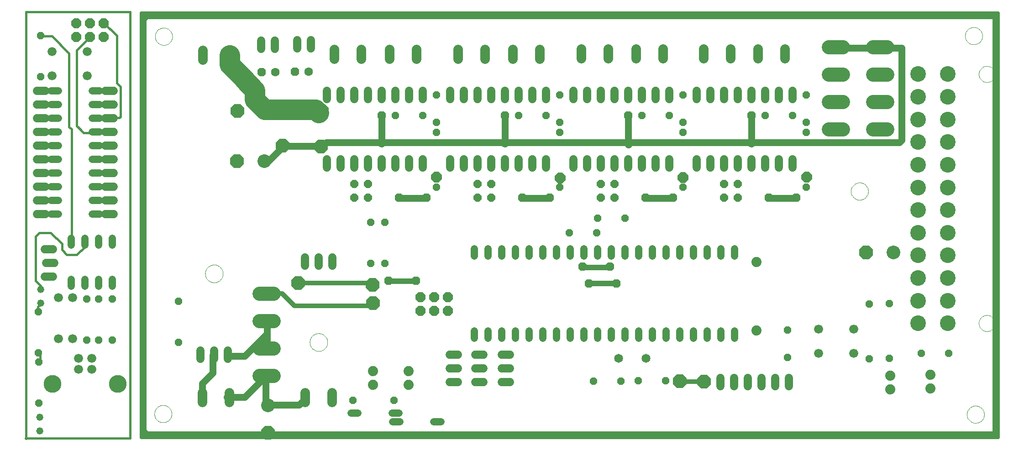
<source format=gtl>
G75*
G70*
%OFA0B0*%
%FSLAX24Y24*%
%IPPOS*%
%LPD*%
%AMOC8*
5,1,8,0,0,1.08239X$1,22.5*
%
%ADD10C,0.0240*%
%ADD11C,0.0160*%
%ADD12C,0.0520*%
%ADD13C,0.0600*%
%ADD14C,0.0705*%
%ADD15OC8,0.0520*%
%ADD16OC8,0.0630*%
%ADD17OC8,0.0600*%
%ADD18C,0.1024*%
%ADD19C,0.0740*%
%ADD20OC8,0.0740*%
%ADD21C,0.1142*%
%ADD22C,0.0000*%
%ADD23C,0.0650*%
%ADD24C,0.0630*%
%ADD25C,0.0660*%
%ADD26C,0.1000*%
%ADD27OC8,0.1000*%
%ADD28C,0.1300*%
%ADD29C,0.0520*%
%ADD30OC8,0.0768*%
%ADD31C,0.0500*%
%ADD32C,0.0320*%
%ADD33C,0.0400*%
%ADD34C,0.1500*%
D10*
X008781Y002231D02*
X008781Y033229D01*
X071364Y033229D01*
X071364Y002231D01*
X008825Y002231D01*
D11*
X000375Y002142D02*
X000375Y033317D01*
X007998Y033317D01*
X007998Y002173D01*
X000344Y002173D01*
X001403Y007677D02*
X001403Y008316D01*
X001275Y008444D01*
X001254Y011339D02*
X001254Y011786D01*
X001509Y012041D01*
X001466Y012999D02*
X001466Y013296D01*
X001150Y013613D01*
X001165Y013599D02*
X001089Y013675D01*
X001089Y016921D01*
X001344Y017177D01*
X002186Y017177D01*
X003002Y016360D01*
X003002Y015924D01*
X003360Y015567D01*
X004099Y015567D01*
X004712Y016179D01*
X004712Y016640D01*
X003700Y016461D02*
X003700Y024741D01*
X003521Y024920D01*
X003521Y030288D01*
X002271Y031538D01*
X001455Y031538D01*
X001404Y031590D01*
X004072Y030510D02*
X004072Y024984D01*
X004330Y024725D01*
X004170Y024898D02*
X004589Y024479D01*
X005511Y024479D01*
X006470Y025513D02*
X006532Y025575D01*
X007196Y025575D01*
X007270Y025648D01*
X007270Y027852D01*
X007024Y028098D01*
X007024Y031557D01*
X006027Y032553D01*
X006027Y032615D01*
X005043Y031483D02*
X005043Y031482D01*
X004072Y030510D01*
D12*
X005227Y027535D02*
X005747Y027535D01*
X005747Y026535D02*
X005227Y026535D01*
X005227Y025535D02*
X005747Y025535D01*
X005747Y024535D02*
X005227Y024535D01*
X005227Y023535D02*
X005747Y023535D01*
X005747Y022535D02*
X005227Y022535D01*
X005227Y021535D02*
X005747Y021535D01*
X005747Y020535D02*
X005227Y020535D01*
X005227Y019535D02*
X005747Y019535D01*
X005747Y018535D02*
X005227Y018535D01*
X002747Y018535D02*
X002227Y018535D01*
X002227Y019535D02*
X002747Y019535D01*
X002747Y020535D02*
X002227Y020535D01*
X002227Y021535D02*
X002747Y021535D01*
X002747Y022535D02*
X002227Y022535D01*
X002227Y023535D02*
X002747Y023535D01*
X002747Y024535D02*
X002227Y024535D01*
X002227Y025535D02*
X002747Y025535D01*
X002747Y026535D02*
X002227Y026535D01*
X002227Y027535D02*
X002747Y027535D01*
X003692Y016780D02*
X003692Y016260D01*
X004692Y016260D02*
X004692Y016780D01*
X005692Y016780D02*
X005692Y016260D01*
X006692Y016260D02*
X006692Y016780D01*
X006692Y013780D02*
X006692Y013260D01*
X005692Y013260D02*
X005692Y013780D01*
X004692Y013780D02*
X004692Y013260D01*
X003692Y013260D02*
X003692Y013780D01*
X024113Y004003D02*
X024633Y004003D01*
X027113Y004003D02*
X027633Y004003D01*
X027674Y003365D02*
X027154Y003365D01*
X030154Y003365D02*
X030674Y003365D01*
X033115Y009488D02*
X033115Y010008D01*
X034115Y010008D02*
X034115Y009488D01*
X035115Y009488D02*
X035115Y010008D01*
X036115Y010008D02*
X036115Y009488D01*
X037115Y009488D02*
X037115Y010008D01*
X038115Y010008D02*
X038115Y009488D01*
X039115Y009488D02*
X039115Y010008D01*
X040115Y010008D02*
X040115Y009488D01*
X041115Y009488D02*
X041115Y010008D01*
X042115Y010008D02*
X042115Y009488D01*
X043115Y009488D02*
X043115Y010008D01*
X044115Y010008D02*
X044115Y009488D01*
X045115Y009488D02*
X045115Y010008D01*
X046115Y010008D02*
X046115Y009488D01*
X047115Y009488D02*
X047115Y010008D01*
X048115Y010008D02*
X048115Y009488D01*
X049115Y009488D02*
X049115Y010008D01*
X050115Y010008D02*
X050115Y009488D01*
X051115Y009488D02*
X051115Y010008D01*
X052115Y010008D02*
X052115Y009488D01*
X052115Y015488D02*
X052115Y016008D01*
X051115Y016008D02*
X051115Y015488D01*
X050115Y015488D02*
X050115Y016008D01*
X049115Y016008D02*
X049115Y015488D01*
X048115Y015488D02*
X048115Y016008D01*
X047115Y016008D02*
X047115Y015488D01*
X046115Y015488D02*
X046115Y016008D01*
X045115Y016008D02*
X045115Y015488D01*
X044115Y015488D02*
X044115Y016008D01*
X043115Y016008D02*
X043115Y015488D01*
X042115Y015488D02*
X042115Y016008D01*
X041115Y016008D02*
X041115Y015488D01*
X040115Y015488D02*
X040115Y016008D01*
X039115Y016008D02*
X039115Y015488D01*
X038115Y015488D02*
X038115Y016008D01*
X037115Y016008D02*
X037115Y015488D01*
X036115Y015488D02*
X036115Y016008D01*
X035115Y016008D02*
X035115Y015488D01*
X034115Y015488D02*
X034115Y016008D01*
X033115Y016008D02*
X033115Y015488D01*
D13*
X022748Y015379D02*
X022748Y014779D01*
X021748Y014779D02*
X021748Y015379D01*
X020748Y015379D02*
X020748Y014779D01*
X015116Y008590D02*
X015116Y007990D01*
X014116Y007990D02*
X014116Y008590D01*
X013116Y008590D02*
X013116Y007990D01*
X002352Y013962D02*
X001752Y013962D01*
X001852Y014962D02*
X002452Y014962D01*
X002352Y015962D02*
X001752Y015962D01*
X001787Y018535D02*
X001187Y018535D01*
X001187Y019535D02*
X001787Y019535D01*
X001787Y020535D02*
X001187Y020535D01*
X001187Y021535D02*
X001787Y021535D01*
X001787Y022535D02*
X001187Y022535D01*
X001187Y023535D02*
X001787Y023535D01*
X001787Y024535D02*
X001187Y024535D01*
X001187Y025535D02*
X001787Y025535D01*
X001787Y026535D02*
X001187Y026535D01*
X001187Y027535D02*
X001787Y027535D01*
X006187Y027535D02*
X006787Y027535D01*
X006787Y026535D02*
X006187Y026535D01*
X006187Y025535D02*
X006787Y025535D01*
X006787Y024535D02*
X006187Y024535D01*
X006187Y023535D02*
X006787Y023535D01*
X006787Y022535D02*
X006187Y022535D01*
X006187Y021535D02*
X006787Y021535D01*
X006787Y020535D02*
X006187Y020535D01*
X006187Y019535D02*
X006787Y019535D01*
X006787Y018535D02*
X006187Y018535D01*
X022365Y021948D02*
X022365Y022548D01*
X023365Y022548D02*
X023365Y021948D01*
X024365Y021948D02*
X024365Y022548D01*
X025365Y022548D02*
X025365Y021948D01*
X026365Y021948D02*
X026365Y022548D01*
X027365Y022548D02*
X027365Y021948D01*
X028365Y021948D02*
X028365Y022548D01*
X029365Y022548D02*
X029365Y021948D01*
X031365Y021948D02*
X031365Y022548D01*
X032365Y022548D02*
X032365Y021948D01*
X033365Y021948D02*
X033365Y022548D01*
X034365Y022548D02*
X034365Y021948D01*
X035365Y021948D02*
X035365Y022548D01*
X036365Y022548D02*
X036365Y021948D01*
X037365Y021948D02*
X037365Y022548D01*
X038365Y022548D02*
X038365Y021948D01*
X040365Y021948D02*
X040365Y022548D01*
X041365Y022548D02*
X041365Y021948D01*
X042365Y021948D02*
X042365Y022548D01*
X043365Y022548D02*
X043365Y021948D01*
X044365Y021948D02*
X044365Y022548D01*
X045365Y022548D02*
X045365Y021948D01*
X046365Y021948D02*
X046365Y022548D01*
X047365Y022548D02*
X047365Y021948D01*
X049365Y021948D02*
X049365Y022548D01*
X050365Y022548D02*
X050365Y021948D01*
X051365Y021948D02*
X051365Y022548D01*
X052365Y022548D02*
X052365Y021948D01*
X053365Y021948D02*
X053365Y022548D01*
X054365Y022548D02*
X054365Y021948D01*
X055365Y021948D02*
X055365Y022548D01*
X056365Y022548D02*
X056365Y021948D01*
X056365Y026948D02*
X056365Y027548D01*
X055365Y027548D02*
X055365Y026948D01*
X054365Y026948D02*
X054365Y027548D01*
X053365Y027548D02*
X053365Y026948D01*
X052365Y026948D02*
X052365Y027548D01*
X051365Y027548D02*
X051365Y026948D01*
X050365Y026948D02*
X050365Y027548D01*
X049365Y027548D02*
X049365Y026948D01*
X047365Y026948D02*
X047365Y027548D01*
X046365Y027548D02*
X046365Y026948D01*
X045365Y026948D02*
X045365Y027548D01*
X044365Y027548D02*
X044365Y026948D01*
X043365Y026948D02*
X043365Y027548D01*
X042365Y027548D02*
X042365Y026948D01*
X041365Y026948D02*
X041365Y027548D01*
X040365Y027548D02*
X040365Y026948D01*
X038365Y026948D02*
X038365Y027548D01*
X037365Y027548D02*
X037365Y026948D01*
X036365Y026948D02*
X036365Y027548D01*
X035365Y027548D02*
X035365Y026948D01*
X034365Y026948D02*
X034365Y027548D01*
X033365Y027548D02*
X033365Y026948D01*
X032365Y026948D02*
X032365Y027548D01*
X031365Y027548D02*
X031365Y026948D01*
X029365Y026948D02*
X029365Y027548D01*
X028365Y027548D02*
X028365Y026948D01*
X027365Y026948D02*
X027365Y027548D01*
X026365Y027548D02*
X026365Y026948D01*
X025365Y026948D02*
X025365Y027548D01*
X024365Y027548D02*
X024365Y026948D01*
X023365Y026948D02*
X023365Y027548D01*
X022365Y027548D02*
X022365Y026948D01*
X018542Y030591D02*
X018542Y031191D01*
X017542Y031191D02*
X017542Y030591D01*
X020188Y030628D02*
X020188Y031228D01*
X021188Y031228D02*
X021188Y030628D01*
X031315Y008259D02*
X031915Y008259D01*
X033187Y008259D02*
X033787Y008259D01*
X035101Y008259D02*
X035701Y008259D01*
X035701Y007259D02*
X035101Y007259D01*
X033787Y007259D02*
X033187Y007259D01*
X031915Y007259D02*
X031315Y007259D01*
X031315Y006259D02*
X031915Y006259D01*
X033187Y006259D02*
X033787Y006259D01*
X035101Y006259D02*
X035701Y006259D01*
X051081Y006560D02*
X051081Y005960D01*
X052081Y005960D02*
X052081Y006560D01*
X053081Y006560D02*
X053081Y005960D01*
X054081Y005960D02*
X054081Y006560D01*
X055081Y006560D02*
X055081Y005960D01*
X056081Y005960D02*
X056081Y006560D01*
D14*
X022717Y005513D02*
X022717Y004808D01*
X020749Y004808D02*
X020749Y005513D01*
X015218Y005513D02*
X015218Y004808D01*
X013250Y004808D02*
X013250Y005513D01*
X013282Y029814D02*
X013282Y030519D01*
X015250Y030519D02*
X015250Y029814D01*
X022897Y029858D02*
X022897Y030563D01*
X024865Y030563D02*
X024865Y029858D01*
X026903Y029858D02*
X026903Y030563D01*
X028871Y030563D02*
X028871Y029858D01*
X031901Y029858D02*
X031901Y030563D01*
X033870Y030563D02*
X033870Y029858D01*
X035907Y029858D02*
X035907Y030563D01*
X037876Y030563D02*
X037876Y029858D01*
X040906Y029895D02*
X040906Y030600D01*
X042874Y030600D02*
X042874Y029895D01*
X044912Y029895D02*
X044912Y030600D01*
X046880Y030600D02*
X046880Y029895D01*
X049837Y029895D02*
X049837Y030600D01*
X051805Y030600D02*
X051805Y029895D01*
X053806Y029895D02*
X053806Y030600D01*
X055774Y030600D02*
X055774Y029895D01*
D15*
X057365Y027248D03*
X056365Y025748D03*
X057365Y025248D03*
X057365Y024498D03*
X054365Y025748D03*
X048365Y025248D03*
X048365Y024498D03*
X047365Y025748D03*
X045365Y025748D03*
X048365Y027248D03*
X039365Y027248D03*
X038365Y025748D03*
X039365Y025248D03*
X039365Y024498D03*
X036365Y025748D03*
X030365Y025248D03*
X029365Y025748D03*
X030365Y024498D03*
X027365Y025748D03*
X030365Y027248D03*
X030365Y020498D03*
X026569Y017951D03*
X025540Y017951D03*
X025540Y014951D03*
X026569Y014951D03*
X039365Y020498D03*
X042129Y018255D03*
X042066Y017190D03*
X040066Y017190D03*
X044129Y018255D03*
X048365Y020498D03*
X057365Y020498D03*
X061960Y011989D03*
X063411Y012008D03*
X055978Y010067D03*
X055978Y008067D03*
X061960Y007989D03*
X063411Y008008D03*
X065735Y008388D03*
X067735Y008388D03*
X047093Y006367D03*
X045093Y006367D03*
X043816Y006336D03*
X041816Y006336D03*
X027263Y004926D03*
X024263Y004926D03*
X011506Y009180D03*
X006681Y009329D03*
X005670Y009355D03*
X004807Y009342D03*
X001281Y008391D03*
X001303Y007736D03*
X001303Y004736D03*
X001281Y011391D03*
X004807Y012342D03*
X005670Y012355D03*
X006681Y012329D03*
X011506Y012180D03*
X001455Y028582D03*
X001455Y031582D03*
D16*
X017579Y028906D03*
X020005Y028943D03*
X026365Y025748D03*
X026365Y023748D03*
X027615Y019748D03*
X029615Y019748D03*
X036615Y019748D03*
X038615Y019748D03*
X045615Y019748D03*
X047615Y019748D03*
X054615Y019748D03*
X056615Y019748D03*
X053365Y023748D03*
X053365Y025748D03*
X044365Y025748D03*
X044365Y023748D03*
X035365Y023748D03*
X035365Y025748D03*
X041008Y014693D03*
X043008Y014693D03*
X043481Y013482D03*
X041481Y013482D03*
X028851Y013667D03*
X026851Y013667D03*
D17*
X025365Y019748D03*
X024365Y019748D03*
X024365Y020748D03*
X025365Y020748D03*
X033365Y020748D03*
X034365Y020748D03*
X034365Y019748D03*
X033365Y019748D03*
X042365Y019748D03*
X043365Y019748D03*
X043365Y020748D03*
X042365Y020748D03*
X051365Y020748D03*
X052365Y020748D03*
X052365Y019748D03*
X051365Y019748D03*
D18*
X058979Y024748D02*
X060002Y024748D01*
X062229Y024748D02*
X063252Y024748D01*
X063252Y026748D02*
X062229Y026748D01*
X060002Y026748D02*
X058979Y026748D01*
X058979Y028748D02*
X060002Y028748D01*
X062229Y028748D02*
X063252Y028748D01*
X063252Y030748D02*
X062229Y030748D01*
X060002Y030748D02*
X058979Y030748D01*
X018441Y012731D02*
X017417Y012731D01*
X017417Y010731D02*
X018441Y010731D01*
X018441Y008731D02*
X017417Y008731D01*
X017417Y006731D02*
X018441Y006731D01*
D19*
X025716Y007059D03*
X025716Y006059D03*
X028319Y006059D03*
X028319Y007059D03*
X053710Y010025D03*
X063482Y006738D03*
X063482Y005738D03*
X066430Y005811D03*
X066430Y006811D03*
X053710Y015025D03*
D20*
X031175Y012457D03*
X030175Y012457D03*
X029175Y012457D03*
X029175Y011457D03*
X030175Y011457D03*
X031175Y011457D03*
X006034Y031482D03*
X005034Y031482D03*
X004034Y031482D03*
X004034Y032482D03*
X005034Y032482D03*
X006034Y032482D03*
D21*
X065507Y028757D03*
X067672Y028757D03*
X067672Y027103D03*
X065507Y027103D03*
X065507Y025450D03*
X067672Y025450D03*
X067672Y023796D03*
X065507Y023796D03*
X065507Y022143D03*
X067672Y022143D03*
X067672Y020489D03*
X065507Y020489D03*
X065507Y018836D03*
X067672Y018836D03*
X067672Y017182D03*
X065507Y017182D03*
X065507Y015529D03*
X067672Y015529D03*
X067672Y013875D03*
X065507Y013875D03*
X065507Y012222D03*
X067672Y012222D03*
X067672Y010568D03*
X065507Y010568D03*
D22*
X069955Y010568D02*
X069957Y010616D01*
X069963Y010664D01*
X069973Y010711D01*
X069986Y010757D01*
X070004Y010802D01*
X070024Y010846D01*
X070049Y010888D01*
X070077Y010927D01*
X070107Y010964D01*
X070141Y010998D01*
X070178Y011030D01*
X070216Y011059D01*
X070257Y011084D01*
X070300Y011106D01*
X070345Y011124D01*
X070391Y011138D01*
X070438Y011149D01*
X070486Y011156D01*
X070534Y011159D01*
X070582Y011158D01*
X070630Y011153D01*
X070678Y011144D01*
X070724Y011132D01*
X070769Y011115D01*
X070813Y011095D01*
X070855Y011072D01*
X070895Y011045D01*
X070933Y011015D01*
X070968Y010982D01*
X071000Y010946D01*
X071030Y010908D01*
X071056Y010867D01*
X071078Y010824D01*
X071098Y010780D01*
X071113Y010735D01*
X071125Y010688D01*
X071133Y010640D01*
X071137Y010592D01*
X071137Y010544D01*
X071133Y010496D01*
X071125Y010448D01*
X071113Y010401D01*
X071098Y010356D01*
X071078Y010312D01*
X071056Y010269D01*
X071030Y010228D01*
X071000Y010190D01*
X070968Y010154D01*
X070933Y010121D01*
X070895Y010091D01*
X070855Y010064D01*
X070813Y010041D01*
X070769Y010021D01*
X070724Y010004D01*
X070678Y009992D01*
X070630Y009983D01*
X070582Y009978D01*
X070534Y009977D01*
X070486Y009980D01*
X070438Y009987D01*
X070391Y009998D01*
X070345Y010012D01*
X070300Y010030D01*
X070257Y010052D01*
X070216Y010077D01*
X070178Y010106D01*
X070141Y010138D01*
X070107Y010172D01*
X070077Y010209D01*
X070049Y010248D01*
X070024Y010290D01*
X070004Y010334D01*
X069986Y010379D01*
X069973Y010425D01*
X069963Y010472D01*
X069957Y010520D01*
X069955Y010568D01*
X069083Y003911D02*
X069085Y003961D01*
X069091Y004011D01*
X069101Y004060D01*
X069115Y004108D01*
X069132Y004155D01*
X069153Y004200D01*
X069178Y004244D01*
X069206Y004285D01*
X069238Y004324D01*
X069272Y004361D01*
X069309Y004395D01*
X069349Y004425D01*
X069391Y004452D01*
X069435Y004476D01*
X069481Y004497D01*
X069528Y004513D01*
X069576Y004526D01*
X069626Y004535D01*
X069675Y004540D01*
X069726Y004541D01*
X069776Y004538D01*
X069825Y004531D01*
X069874Y004520D01*
X069922Y004505D01*
X069968Y004487D01*
X070013Y004465D01*
X070056Y004439D01*
X070097Y004410D01*
X070136Y004378D01*
X070172Y004343D01*
X070204Y004305D01*
X070234Y004265D01*
X070261Y004222D01*
X070284Y004178D01*
X070303Y004132D01*
X070319Y004084D01*
X070331Y004035D01*
X070339Y003986D01*
X070343Y003936D01*
X070343Y003886D01*
X070339Y003836D01*
X070331Y003787D01*
X070319Y003738D01*
X070303Y003690D01*
X070284Y003644D01*
X070261Y003600D01*
X070234Y003557D01*
X070204Y003517D01*
X070172Y003479D01*
X070136Y003444D01*
X070097Y003412D01*
X070056Y003383D01*
X070013Y003357D01*
X069968Y003335D01*
X069922Y003317D01*
X069874Y003302D01*
X069825Y003291D01*
X069776Y003284D01*
X069726Y003281D01*
X069675Y003282D01*
X069626Y003287D01*
X069576Y003296D01*
X069528Y003309D01*
X069481Y003325D01*
X069435Y003346D01*
X069391Y003370D01*
X069349Y003397D01*
X069309Y003427D01*
X069272Y003461D01*
X069238Y003498D01*
X069206Y003537D01*
X069178Y003578D01*
X069153Y003622D01*
X069132Y003667D01*
X069115Y003714D01*
X069101Y003762D01*
X069091Y003811D01*
X069085Y003861D01*
X069083Y003911D01*
X060615Y020205D02*
X060617Y020255D01*
X060623Y020305D01*
X060633Y020354D01*
X060647Y020402D01*
X060664Y020449D01*
X060685Y020494D01*
X060710Y020538D01*
X060738Y020579D01*
X060770Y020618D01*
X060804Y020655D01*
X060841Y020689D01*
X060881Y020719D01*
X060923Y020746D01*
X060967Y020770D01*
X061013Y020791D01*
X061060Y020807D01*
X061108Y020820D01*
X061158Y020829D01*
X061207Y020834D01*
X061258Y020835D01*
X061308Y020832D01*
X061357Y020825D01*
X061406Y020814D01*
X061454Y020799D01*
X061500Y020781D01*
X061545Y020759D01*
X061588Y020733D01*
X061629Y020704D01*
X061668Y020672D01*
X061704Y020637D01*
X061736Y020599D01*
X061766Y020559D01*
X061793Y020516D01*
X061816Y020472D01*
X061835Y020426D01*
X061851Y020378D01*
X061863Y020329D01*
X061871Y020280D01*
X061875Y020230D01*
X061875Y020180D01*
X061871Y020130D01*
X061863Y020081D01*
X061851Y020032D01*
X061835Y019984D01*
X061816Y019938D01*
X061793Y019894D01*
X061766Y019851D01*
X061736Y019811D01*
X061704Y019773D01*
X061668Y019738D01*
X061629Y019706D01*
X061588Y019677D01*
X061545Y019651D01*
X061500Y019629D01*
X061454Y019611D01*
X061406Y019596D01*
X061357Y019585D01*
X061308Y019578D01*
X061258Y019575D01*
X061207Y019576D01*
X061158Y019581D01*
X061108Y019590D01*
X061060Y019603D01*
X061013Y019619D01*
X060967Y019640D01*
X060923Y019664D01*
X060881Y019691D01*
X060841Y019721D01*
X060804Y019755D01*
X060770Y019792D01*
X060738Y019831D01*
X060710Y019872D01*
X060685Y019916D01*
X060664Y019961D01*
X060647Y020008D01*
X060633Y020056D01*
X060623Y020105D01*
X060617Y020155D01*
X060615Y020205D01*
X069955Y028757D02*
X069957Y028805D01*
X069963Y028853D01*
X069973Y028900D01*
X069986Y028946D01*
X070004Y028991D01*
X070024Y029035D01*
X070049Y029077D01*
X070077Y029116D01*
X070107Y029153D01*
X070141Y029187D01*
X070178Y029219D01*
X070216Y029248D01*
X070257Y029273D01*
X070300Y029295D01*
X070345Y029313D01*
X070391Y029327D01*
X070438Y029338D01*
X070486Y029345D01*
X070534Y029348D01*
X070582Y029347D01*
X070630Y029342D01*
X070678Y029333D01*
X070724Y029321D01*
X070769Y029304D01*
X070813Y029284D01*
X070855Y029261D01*
X070895Y029234D01*
X070933Y029204D01*
X070968Y029171D01*
X071000Y029135D01*
X071030Y029097D01*
X071056Y029056D01*
X071078Y029013D01*
X071098Y028969D01*
X071113Y028924D01*
X071125Y028877D01*
X071133Y028829D01*
X071137Y028781D01*
X071137Y028733D01*
X071133Y028685D01*
X071125Y028637D01*
X071113Y028590D01*
X071098Y028545D01*
X071078Y028501D01*
X071056Y028458D01*
X071030Y028417D01*
X071000Y028379D01*
X070968Y028343D01*
X070933Y028310D01*
X070895Y028280D01*
X070855Y028253D01*
X070813Y028230D01*
X070769Y028210D01*
X070724Y028193D01*
X070678Y028181D01*
X070630Y028172D01*
X070582Y028167D01*
X070534Y028166D01*
X070486Y028169D01*
X070438Y028176D01*
X070391Y028187D01*
X070345Y028201D01*
X070300Y028219D01*
X070257Y028241D01*
X070216Y028266D01*
X070178Y028295D01*
X070141Y028327D01*
X070107Y028361D01*
X070077Y028398D01*
X070049Y028437D01*
X070024Y028479D01*
X070004Y028523D01*
X069986Y028568D01*
X069973Y028614D01*
X069963Y028661D01*
X069957Y028709D01*
X069955Y028757D01*
X068950Y031554D02*
X068952Y031604D01*
X068958Y031654D01*
X068968Y031703D01*
X068982Y031751D01*
X068999Y031798D01*
X069020Y031843D01*
X069045Y031887D01*
X069073Y031928D01*
X069105Y031967D01*
X069139Y032004D01*
X069176Y032038D01*
X069216Y032068D01*
X069258Y032095D01*
X069302Y032119D01*
X069348Y032140D01*
X069395Y032156D01*
X069443Y032169D01*
X069493Y032178D01*
X069542Y032183D01*
X069593Y032184D01*
X069643Y032181D01*
X069692Y032174D01*
X069741Y032163D01*
X069789Y032148D01*
X069835Y032130D01*
X069880Y032108D01*
X069923Y032082D01*
X069964Y032053D01*
X070003Y032021D01*
X070039Y031986D01*
X070071Y031948D01*
X070101Y031908D01*
X070128Y031865D01*
X070151Y031821D01*
X070170Y031775D01*
X070186Y031727D01*
X070198Y031678D01*
X070206Y031629D01*
X070210Y031579D01*
X070210Y031529D01*
X070206Y031479D01*
X070198Y031430D01*
X070186Y031381D01*
X070170Y031333D01*
X070151Y031287D01*
X070128Y031243D01*
X070101Y031200D01*
X070071Y031160D01*
X070039Y031122D01*
X070003Y031087D01*
X069964Y031055D01*
X069923Y031026D01*
X069880Y031000D01*
X069835Y030978D01*
X069789Y030960D01*
X069741Y030945D01*
X069692Y030934D01*
X069643Y030927D01*
X069593Y030924D01*
X069542Y030925D01*
X069493Y030930D01*
X069443Y030939D01*
X069395Y030952D01*
X069348Y030968D01*
X069302Y030989D01*
X069258Y031013D01*
X069216Y031040D01*
X069176Y031070D01*
X069139Y031104D01*
X069105Y031141D01*
X069073Y031180D01*
X069045Y031221D01*
X069020Y031265D01*
X068999Y031310D01*
X068982Y031357D01*
X068968Y031405D01*
X068958Y031454D01*
X068952Y031504D01*
X068950Y031554D01*
X021098Y009179D02*
X021100Y009229D01*
X021106Y009279D01*
X021116Y009329D01*
X021129Y009377D01*
X021146Y009425D01*
X021167Y009471D01*
X021191Y009515D01*
X021219Y009557D01*
X021250Y009597D01*
X021284Y009634D01*
X021321Y009669D01*
X021360Y009700D01*
X021401Y009729D01*
X021445Y009754D01*
X021491Y009776D01*
X021538Y009794D01*
X021586Y009808D01*
X021635Y009819D01*
X021685Y009826D01*
X021735Y009829D01*
X021786Y009828D01*
X021836Y009823D01*
X021886Y009814D01*
X021934Y009802D01*
X021982Y009785D01*
X022028Y009765D01*
X022073Y009742D01*
X022116Y009715D01*
X022156Y009685D01*
X022194Y009652D01*
X022229Y009616D01*
X022262Y009577D01*
X022291Y009536D01*
X022317Y009493D01*
X022340Y009448D01*
X022359Y009401D01*
X022374Y009353D01*
X022386Y009304D01*
X022394Y009254D01*
X022398Y009204D01*
X022398Y009154D01*
X022394Y009104D01*
X022386Y009054D01*
X022374Y009005D01*
X022359Y008957D01*
X022340Y008910D01*
X022317Y008865D01*
X022291Y008822D01*
X022262Y008781D01*
X022229Y008742D01*
X022194Y008706D01*
X022156Y008673D01*
X022116Y008643D01*
X022073Y008616D01*
X022028Y008593D01*
X021982Y008573D01*
X021934Y008556D01*
X021886Y008544D01*
X021836Y008535D01*
X021786Y008530D01*
X021735Y008529D01*
X021685Y008532D01*
X021635Y008539D01*
X021586Y008550D01*
X021538Y008564D01*
X021491Y008582D01*
X021445Y008604D01*
X021401Y008629D01*
X021360Y008658D01*
X021321Y008689D01*
X021284Y008724D01*
X021250Y008761D01*
X021219Y008801D01*
X021191Y008843D01*
X021167Y008887D01*
X021146Y008933D01*
X021129Y008981D01*
X021116Y009029D01*
X021106Y009079D01*
X021100Y009129D01*
X021098Y009179D01*
X013466Y014190D02*
X013468Y014240D01*
X013474Y014290D01*
X013484Y014340D01*
X013497Y014388D01*
X013514Y014436D01*
X013535Y014482D01*
X013559Y014526D01*
X013587Y014568D01*
X013618Y014608D01*
X013652Y014645D01*
X013689Y014680D01*
X013728Y014711D01*
X013769Y014740D01*
X013813Y014765D01*
X013859Y014787D01*
X013906Y014805D01*
X013954Y014819D01*
X014003Y014830D01*
X014053Y014837D01*
X014103Y014840D01*
X014154Y014839D01*
X014204Y014834D01*
X014254Y014825D01*
X014302Y014813D01*
X014350Y014796D01*
X014396Y014776D01*
X014441Y014753D01*
X014484Y014726D01*
X014524Y014696D01*
X014562Y014663D01*
X014597Y014627D01*
X014630Y014588D01*
X014659Y014547D01*
X014685Y014504D01*
X014708Y014459D01*
X014727Y014412D01*
X014742Y014364D01*
X014754Y014315D01*
X014762Y014265D01*
X014766Y014215D01*
X014766Y014165D01*
X014762Y014115D01*
X014754Y014065D01*
X014742Y014016D01*
X014727Y013968D01*
X014708Y013921D01*
X014685Y013876D01*
X014659Y013833D01*
X014630Y013792D01*
X014597Y013753D01*
X014562Y013717D01*
X014524Y013684D01*
X014484Y013654D01*
X014441Y013627D01*
X014396Y013604D01*
X014350Y013584D01*
X014302Y013567D01*
X014254Y013555D01*
X014204Y013546D01*
X014154Y013541D01*
X014103Y013540D01*
X014053Y013543D01*
X014003Y013550D01*
X013954Y013561D01*
X013906Y013575D01*
X013859Y013593D01*
X013813Y013615D01*
X013769Y013640D01*
X013728Y013669D01*
X013689Y013700D01*
X013652Y013735D01*
X013618Y013772D01*
X013587Y013812D01*
X013559Y013854D01*
X013535Y013898D01*
X013514Y013944D01*
X013497Y013992D01*
X013484Y014040D01*
X013474Y014090D01*
X013468Y014140D01*
X013466Y014190D01*
X009763Y003955D02*
X009765Y004005D01*
X009771Y004055D01*
X009781Y004104D01*
X009795Y004152D01*
X009812Y004199D01*
X009833Y004244D01*
X009858Y004288D01*
X009886Y004329D01*
X009918Y004368D01*
X009952Y004405D01*
X009989Y004439D01*
X010029Y004469D01*
X010071Y004496D01*
X010115Y004520D01*
X010161Y004541D01*
X010208Y004557D01*
X010256Y004570D01*
X010306Y004579D01*
X010355Y004584D01*
X010406Y004585D01*
X010456Y004582D01*
X010505Y004575D01*
X010554Y004564D01*
X010602Y004549D01*
X010648Y004531D01*
X010693Y004509D01*
X010736Y004483D01*
X010777Y004454D01*
X010816Y004422D01*
X010852Y004387D01*
X010884Y004349D01*
X010914Y004309D01*
X010941Y004266D01*
X010964Y004222D01*
X010983Y004176D01*
X010999Y004128D01*
X011011Y004079D01*
X011019Y004030D01*
X011023Y003980D01*
X011023Y003930D01*
X011019Y003880D01*
X011011Y003831D01*
X010999Y003782D01*
X010983Y003734D01*
X010964Y003688D01*
X010941Y003644D01*
X010914Y003601D01*
X010884Y003561D01*
X010852Y003523D01*
X010816Y003488D01*
X010777Y003456D01*
X010736Y003427D01*
X010693Y003401D01*
X010648Y003379D01*
X010602Y003361D01*
X010554Y003346D01*
X010505Y003335D01*
X010456Y003328D01*
X010406Y003325D01*
X010355Y003326D01*
X010306Y003331D01*
X010256Y003340D01*
X010208Y003353D01*
X010161Y003369D01*
X010115Y003390D01*
X010071Y003414D01*
X010029Y003441D01*
X009989Y003471D01*
X009952Y003505D01*
X009918Y003542D01*
X009886Y003581D01*
X009858Y003622D01*
X009833Y003666D01*
X009812Y003711D01*
X009795Y003758D01*
X009781Y003806D01*
X009771Y003855D01*
X009765Y003905D01*
X009763Y003955D01*
X009807Y031510D02*
X009809Y031560D01*
X009815Y031610D01*
X009825Y031659D01*
X009839Y031707D01*
X009856Y031754D01*
X009877Y031799D01*
X009902Y031843D01*
X009930Y031884D01*
X009962Y031923D01*
X009996Y031960D01*
X010033Y031994D01*
X010073Y032024D01*
X010115Y032051D01*
X010159Y032075D01*
X010205Y032096D01*
X010252Y032112D01*
X010300Y032125D01*
X010350Y032134D01*
X010399Y032139D01*
X010450Y032140D01*
X010500Y032137D01*
X010549Y032130D01*
X010598Y032119D01*
X010646Y032104D01*
X010692Y032086D01*
X010737Y032064D01*
X010780Y032038D01*
X010821Y032009D01*
X010860Y031977D01*
X010896Y031942D01*
X010928Y031904D01*
X010958Y031864D01*
X010985Y031821D01*
X011008Y031777D01*
X011027Y031731D01*
X011043Y031683D01*
X011055Y031634D01*
X011063Y031585D01*
X011067Y031535D01*
X011067Y031485D01*
X011063Y031435D01*
X011055Y031386D01*
X011043Y031337D01*
X011027Y031289D01*
X011008Y031243D01*
X010985Y031199D01*
X010958Y031156D01*
X010928Y031116D01*
X010896Y031078D01*
X010860Y031043D01*
X010821Y031011D01*
X010780Y030982D01*
X010737Y030956D01*
X010692Y030934D01*
X010646Y030916D01*
X010598Y030901D01*
X010549Y030890D01*
X010500Y030883D01*
X010450Y030880D01*
X010399Y030881D01*
X010350Y030886D01*
X010300Y030895D01*
X010252Y030908D01*
X010205Y030924D01*
X010159Y030945D01*
X010115Y030969D01*
X010073Y030996D01*
X010033Y031026D01*
X009996Y031060D01*
X009962Y031097D01*
X009930Y031136D01*
X009902Y031177D01*
X009877Y031221D01*
X009856Y031266D01*
X009839Y031313D01*
X009825Y031361D01*
X009815Y031410D01*
X009809Y031460D01*
X009807Y031510D01*
D23*
X043637Y008015D03*
X045637Y008015D03*
D24*
X021005Y028943D03*
X018579Y028906D03*
D25*
X004852Y028637D03*
X002293Y028637D03*
X002293Y030409D03*
X004852Y030409D03*
X003791Y012441D03*
X002737Y012441D03*
X002737Y009441D03*
X003791Y009441D03*
X004208Y007997D03*
X005192Y007997D03*
X005192Y007217D03*
X004208Y007217D03*
X058262Y008369D03*
X060821Y008369D03*
X060821Y010141D03*
X058262Y010141D03*
D26*
X063705Y015736D03*
X018037Y004566D03*
X017788Y022406D03*
X017814Y026061D03*
D27*
X018967Y026095D03*
X021969Y026064D03*
X021918Y023480D03*
X019110Y023556D03*
X015788Y022406D03*
X015814Y026061D03*
X020248Y013514D03*
X025685Y013390D03*
X025714Y012031D03*
X018037Y002566D03*
X048126Y006331D03*
X049887Y006306D03*
X061705Y015736D03*
D28*
X007070Y006147D03*
X002330Y006147D03*
D29*
X001376Y003720D03*
X001376Y002720D03*
X001440Y012029D03*
X001440Y013029D03*
D30*
X030366Y021256D03*
X039376Y021180D03*
X048360Y021205D03*
X057370Y021231D03*
D31*
X056630Y019717D02*
X054588Y019717D01*
X056630Y019717D02*
X056630Y019692D01*
X053365Y023687D02*
X053365Y025744D01*
X044347Y025762D02*
X044347Y023616D01*
X044382Y023616D01*
X047595Y019743D02*
X047595Y019717D01*
X045578Y019717D01*
X038585Y019717D02*
X038585Y019768D01*
X038585Y019717D02*
X036568Y019717D01*
X029626Y019717D02*
X027559Y019717D01*
X022305Y023771D02*
X021969Y023434D01*
X021969Y023402D01*
X021999Y023482D02*
X021969Y023512D01*
X019151Y023512D01*
X019145Y023471D02*
X017997Y022322D01*
X017601Y022322D01*
X022305Y023771D02*
X064139Y023771D01*
X064323Y023955D01*
X064323Y030674D01*
X059423Y030674D01*
X071100Y033053D02*
X071188Y032965D01*
X071188Y002540D01*
X071100Y002451D01*
X008913Y002451D01*
X009045Y002584D02*
X008913Y002716D01*
X008913Y032788D01*
X009178Y033053D01*
X071100Y033053D01*
X035364Y025709D02*
X035364Y023687D01*
X026364Y023687D02*
X026364Y025726D01*
X018017Y010514D02*
X017987Y010483D01*
X017987Y008674D01*
X017956Y009778D02*
X016361Y008183D01*
X015168Y008183D01*
X014127Y008367D02*
X014004Y008244D01*
X014004Y006956D01*
X013238Y006190D01*
X013238Y004870D01*
X015046Y005177D02*
X016361Y005177D01*
X017895Y006711D01*
X017895Y004778D01*
X018079Y004594D01*
X020315Y004594D01*
X020805Y005085D01*
D32*
X019982Y011834D02*
X025490Y011834D01*
X025703Y012047D01*
X025703Y013388D02*
X025575Y013515D01*
X020131Y013515D01*
X019067Y012749D02*
X019982Y011834D01*
X019067Y012749D02*
X017877Y012749D01*
X048059Y006311D02*
X049988Y006311D01*
X050019Y006281D01*
D33*
X043532Y013474D02*
X041464Y013474D01*
X040903Y014641D02*
X042971Y014641D01*
X043039Y014688D01*
X028872Y013646D02*
X026766Y013646D01*
D34*
X021754Y025935D02*
X021509Y026180D01*
X017804Y026180D01*
X017069Y026915D01*
X017069Y027590D01*
X016334Y028325D01*
X016334Y028388D01*
X015262Y029459D01*
X015262Y030135D01*
M02*

</source>
